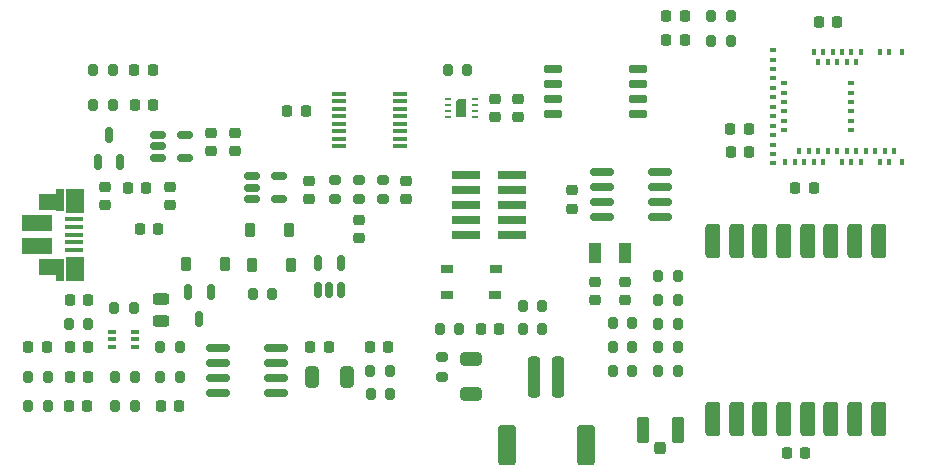
<source format=gbr>
%TF.GenerationSoftware,KiCad,Pcbnew,9.0.0*%
%TF.CreationDate,2025-03-04T10:40:36+01:00*%
%TF.ProjectId,mdbt_lora_board,6d646274-5f6c-46f7-9261-5f626f617264,v0.2*%
%TF.SameCoordinates,Original*%
%TF.FileFunction,Paste,Top*%
%TF.FilePolarity,Positive*%
%FSLAX46Y46*%
G04 Gerber Fmt 4.6, Leading zero omitted, Abs format (unit mm)*
G04 Created by KiCad (PCBNEW 9.0.0) date 2025-03-04 10:40:36*
%MOMM*%
%LPD*%
G01*
G04 APERTURE LIST*
G04 Aperture macros list*
%AMRoundRect*
0 Rectangle with rounded corners*
0 $1 Rounding radius*
0 $2 $3 $4 $5 $6 $7 $8 $9 X,Y pos of 4 corners*
0 Add a 4 corners polygon primitive as box body*
4,1,4,$2,$3,$4,$5,$6,$7,$8,$9,$2,$3,0*
0 Add four circle primitives for the rounded corners*
1,1,$1+$1,$2,$3*
1,1,$1+$1,$4,$5*
1,1,$1+$1,$6,$7*
1,1,$1+$1,$8,$9*
0 Add four rect primitives between the rounded corners*
20,1,$1+$1,$2,$3,$4,$5,0*
20,1,$1+$1,$4,$5,$6,$7,0*
20,1,$1+$1,$6,$7,$8,$9,0*
20,1,$1+$1,$8,$9,$2,$3,0*%
%AMFreePoly0*
4,1,6,0.450000,-0.800000,-0.450000,-0.800000,-0.450000,0.530000,-0.180000,0.800000,0.450000,0.800000,0.450000,-0.800000,0.450000,-0.800000,$1*%
G04 Aperture macros list end*
%ADD10RoundRect,0.150000X-0.512500X-0.150000X0.512500X-0.150000X0.512500X0.150000X-0.512500X0.150000X0*%
%ADD11RoundRect,0.200000X0.200000X0.275000X-0.200000X0.275000X-0.200000X-0.275000X0.200000X-0.275000X0*%
%ADD12RoundRect,0.225000X-0.225000X-0.250000X0.225000X-0.250000X0.225000X0.250000X-0.225000X0.250000X0*%
%ADD13RoundRect,0.200000X-0.200000X-0.275000X0.200000X-0.275000X0.200000X0.275000X-0.200000X0.275000X0*%
%ADD14RoundRect,0.225000X-0.250000X0.225000X-0.250000X-0.225000X0.250000X-0.225000X0.250000X0.225000X0*%
%ADD15RoundRect,0.225000X0.225000X0.250000X-0.225000X0.250000X-0.225000X-0.250000X0.225000X-0.250000X0*%
%ADD16RoundRect,0.243750X-0.456250X0.243750X-0.456250X-0.243750X0.456250X-0.243750X0.456250X0.243750X0*%
%ADD17R,1.050000X0.650000*%
%ADD18RoundRect,0.225000X0.225000X0.375000X-0.225000X0.375000X-0.225000X-0.375000X0.225000X-0.375000X0*%
%ADD19RoundRect,0.150000X0.150000X-0.512500X0.150000X0.512500X-0.150000X0.512500X-0.150000X-0.512500X0*%
%ADD20RoundRect,0.200000X-0.275000X0.200000X-0.275000X-0.200000X0.275000X-0.200000X0.275000X0.200000X0*%
%ADD21RoundRect,0.225000X0.250000X-0.225000X0.250000X0.225000X-0.250000X0.225000X-0.250000X-0.225000X0*%
%ADD22RoundRect,0.250000X-0.250000X-1.500000X0.250000X-1.500000X0.250000X1.500000X-0.250000X1.500000X0*%
%ADD23RoundRect,0.250001X-0.499999X-1.449999X0.499999X-1.449999X0.499999X1.449999X-0.499999X1.449999X0*%
%ADD24RoundRect,0.200000X0.275000X-0.200000X0.275000X0.200000X-0.275000X0.200000X-0.275000X-0.200000X0*%
%ADD25RoundRect,0.250000X0.250000X-0.275000X0.250000X0.275000X-0.250000X0.275000X-0.250000X-0.275000X0*%
%ADD26RoundRect,0.250000X0.275000X-0.850000X0.275000X0.850000X-0.275000X0.850000X-0.275000X-0.850000X0*%
%ADD27RoundRect,0.150000X-0.825000X-0.150000X0.825000X-0.150000X0.825000X0.150000X-0.825000X0.150000X0*%
%ADD28RoundRect,0.225000X-0.225000X-0.375000X0.225000X-0.375000X0.225000X0.375000X-0.225000X0.375000X0*%
%ADD29RoundRect,0.250000X-0.650000X0.325000X-0.650000X-0.325000X0.650000X-0.325000X0.650000X0.325000X0*%
%ADD30RoundRect,0.250000X0.325000X0.650000X-0.325000X0.650000X-0.325000X-0.650000X0.325000X-0.650000X0*%
%ADD31R,1.200000X0.400000*%
%ADD32R,1.000000X1.800000*%
%ADD33RoundRect,0.218750X-0.218750X-0.256250X0.218750X-0.256250X0.218750X0.256250X-0.218750X0.256250X0*%
%ADD34RoundRect,0.150000X-0.150000X0.512500X-0.150000X-0.512500X0.150000X-0.512500X0.150000X0.512500X0*%
%ADD35R,0.406400X0.609600*%
%ADD36R,0.609600X0.406400*%
%ADD37R,1.650000X0.400000*%
%ADD38R,0.700000X1.825000*%
%ADD39R,1.500000X2.000000*%
%ADD40R,2.000000X1.350000*%
%ADD41R,2.500000X1.430000*%
%ADD42RoundRect,0.317500X-0.317500X1.157500X-0.317500X-1.157500X0.317500X-1.157500X0.317500X1.157500X0*%
%ADD43RoundRect,0.150000X0.650000X0.150000X-0.650000X0.150000X-0.650000X-0.150000X0.650000X-0.150000X0*%
%ADD44RoundRect,0.218750X0.218750X0.256250X-0.218750X0.256250X-0.218750X-0.256250X0.218750X-0.256250X0*%
%ADD45FreePoly0,0.000000*%
%ADD46R,0.550000X0.250000*%
%ADD47RoundRect,0.100000X-0.225000X-0.100000X0.225000X-0.100000X0.225000X0.100000X-0.225000X0.100000X0*%
%ADD48R,2.400000X0.740000*%
G04 APERTURE END LIST*
D10*
%TO.C,U1*%
X112500000Y-71550000D03*
X112500000Y-72500000D03*
X112500000Y-73450000D03*
X114775000Y-73450000D03*
X114775000Y-71550000D03*
%TD*%
D11*
%TO.C,R12*%
X145000000Y-88000000D03*
X143350000Y-88000000D03*
%TD*%
D12*
%TO.C,C16*%
X104950000Y-94500000D03*
X106500000Y-94500000D03*
%TD*%
D13*
%TO.C,R19*%
X101500000Y-92000000D03*
X103150000Y-92000000D03*
%TD*%
D11*
%TO.C,R1*%
X110425000Y-86200000D03*
X108775000Y-86200000D03*
%TD*%
D13*
%TO.C,R23*%
X101500000Y-94500000D03*
X103150000Y-94500000D03*
%TD*%
D12*
%TO.C,C15*%
X125380000Y-89500000D03*
X126930000Y-89500000D03*
%TD*%
D14*
%TO.C,C6*%
X119000000Y-71330000D03*
X119000000Y-72880000D03*
%TD*%
%TO.C,C21*%
X149500000Y-83950000D03*
X149500000Y-85500000D03*
%TD*%
%TO.C,C35*%
X147500000Y-76225000D03*
X147500000Y-77775000D03*
%TD*%
D15*
%TO.C,C19*%
X167275000Y-98500000D03*
X165725000Y-98500000D03*
%TD*%
D11*
%TO.C,R11*%
X145000000Y-86000000D03*
X143350000Y-86000000D03*
%TD*%
D13*
%TO.C,R5*%
X154850000Y-83500000D03*
X156500000Y-83500000D03*
%TD*%
D14*
%TO.C,C4*%
X113500000Y-75950000D03*
X113500000Y-77500000D03*
%TD*%
D13*
%TO.C,R14*%
X136350000Y-88000000D03*
X138000000Y-88000000D03*
%TD*%
D16*
%TO.C,F1*%
X112755000Y-85432500D03*
X112755000Y-87307500D03*
%TD*%
D17*
%TO.C,SW1*%
X136925000Y-82925000D03*
X141075000Y-82925000D03*
X136925000Y-85075000D03*
X141050000Y-85075000D03*
%TD*%
D12*
%TO.C,C17*%
X105000000Y-92000000D03*
X106550000Y-92000000D03*
%TD*%
D18*
%TO.C,D4*%
X123725000Y-82550000D03*
X120425000Y-82550000D03*
%TD*%
D13*
%TO.C,R32*%
X154850000Y-91500000D03*
X156500000Y-91500000D03*
%TD*%
D19*
%TO.C,U5*%
X126050000Y-84637500D03*
X127000000Y-84637500D03*
X127950000Y-84637500D03*
X127950000Y-82362500D03*
X126050000Y-82362500D03*
%TD*%
D13*
%TO.C,R22*%
X108850000Y-92000000D03*
X110500000Y-92000000D03*
%TD*%
D20*
%TO.C,R13*%
X136500000Y-90350000D03*
X136500000Y-92000000D03*
%TD*%
D21*
%TO.C,C34*%
X141000000Y-70045000D03*
X141000000Y-68495000D03*
%TD*%
D22*
%TO.C,J4*%
X144350000Y-92000000D03*
X146350000Y-92000000D03*
D23*
X142000000Y-97750000D03*
X148700000Y-97750000D03*
%TD*%
D24*
%TO.C,R40*%
X129500000Y-77000000D03*
X129500000Y-75350000D03*
%TD*%
D21*
%TO.C,C8*%
X125275000Y-76995000D03*
X125275000Y-75445000D03*
%TD*%
D20*
%TO.C,R6*%
X127500000Y-75350000D03*
X127500000Y-77000000D03*
%TD*%
D13*
%TO.C,R35*%
X151000000Y-87480000D03*
X152650000Y-87480000D03*
%TD*%
D25*
%TO.C,J5*%
X155025000Y-98025000D03*
D26*
X153550000Y-96500000D03*
X156500000Y-96500000D03*
%TD*%
D14*
%TO.C,C5*%
X117000000Y-71330000D03*
X117000000Y-72880000D03*
%TD*%
D15*
%TO.C,C32*%
X168000000Y-76000000D03*
X166450000Y-76000000D03*
%TD*%
D11*
%TO.C,R3*%
X108650000Y-69000000D03*
X107000000Y-69000000D03*
%TD*%
D13*
%TO.C,R16*%
X130500000Y-93500000D03*
X132150000Y-93500000D03*
%TD*%
D27*
%TO.C,U4*%
X117550000Y-89595000D03*
X117550000Y-90865000D03*
X117550000Y-92135000D03*
X117550000Y-93405000D03*
X122500000Y-93405000D03*
X122500000Y-92135000D03*
X122500000Y-90865000D03*
X122500000Y-89595000D03*
%TD*%
D13*
%TO.C,R21*%
X120500000Y-85000000D03*
X122150000Y-85000000D03*
%TD*%
D28*
%TO.C,D1*%
X114850000Y-82500000D03*
X118150000Y-82500000D03*
%TD*%
D13*
%TO.C,R4*%
X154850000Y-85500000D03*
X156500000Y-85500000D03*
%TD*%
D29*
%TO.C,C9*%
X139000000Y-90525000D03*
X139000000Y-93475000D03*
%TD*%
D15*
%TO.C,C27*%
X162500000Y-71000000D03*
X160950000Y-71000000D03*
%TD*%
%TO.C,C10*%
X141400000Y-88000000D03*
X139850000Y-88000000D03*
%TD*%
D30*
%TO.C,C12*%
X128450000Y-92000000D03*
X125500000Y-92000000D03*
%TD*%
D13*
%TO.C,R29*%
X159350000Y-63540000D03*
X161000000Y-63540000D03*
%TD*%
D31*
%TO.C,U14*%
X127800000Y-68055000D03*
X127800000Y-68690000D03*
X127800000Y-69325000D03*
X127800000Y-69960000D03*
X127800000Y-70595000D03*
X127800000Y-71230000D03*
X127800000Y-71865000D03*
X127800000Y-72500000D03*
X133000000Y-72500000D03*
X133000000Y-71865000D03*
X133000000Y-71230000D03*
X133000000Y-70595000D03*
X133000000Y-69960000D03*
X133000000Y-69325000D03*
X133000000Y-68690000D03*
X133000000Y-68055000D03*
%TD*%
D13*
%TO.C,R18*%
X112675000Y-92000000D03*
X114325000Y-92000000D03*
%TD*%
D14*
%TO.C,C3*%
X108000000Y-75950000D03*
X108000000Y-77500000D03*
%TD*%
D13*
%TO.C,R31*%
X154850000Y-89500000D03*
X156500000Y-89500000D03*
%TD*%
%TO.C,R15*%
X108850000Y-94500000D03*
X110500000Y-94500000D03*
%TD*%
%TO.C,R33*%
X137000000Y-66000000D03*
X138650000Y-66000000D03*
%TD*%
%TO.C,R34*%
X154850000Y-87500000D03*
X156500000Y-87500000D03*
%TD*%
D32*
%TO.C,Y1*%
X152000000Y-81500000D03*
X149500000Y-81500000D03*
%TD*%
D13*
%TO.C,R17*%
X130450000Y-91500000D03*
X132100000Y-91500000D03*
%TD*%
D15*
%TO.C,C7*%
X170000000Y-62000000D03*
X168450000Y-62000000D03*
%TD*%
D21*
%TO.C,C33*%
X143000000Y-70045000D03*
X143000000Y-68495000D03*
%TD*%
D33*
%TO.C,D12*%
X155500000Y-63500000D03*
X157075000Y-63500000D03*
%TD*%
D15*
%TO.C,C1*%
X106550000Y-85500000D03*
X105000000Y-85500000D03*
%TD*%
D34*
%TO.C,Q1*%
X116950000Y-84862500D03*
X115050000Y-84862500D03*
X116000000Y-87137500D03*
%TD*%
D21*
%TO.C,C25*%
X133500000Y-77000000D03*
X133500000Y-75450000D03*
%TD*%
D15*
%TO.C,C23*%
X125000000Y-69500000D03*
X123450000Y-69500000D03*
%TD*%
D33*
%TO.C,D11*%
X155500000Y-61500000D03*
X157075000Y-61500000D03*
%TD*%
D35*
%TO.C,U6*%
X175499999Y-64500002D03*
X174400000Y-64500002D03*
X173599999Y-64500002D03*
X172000001Y-64500002D03*
X171600001Y-65400002D03*
X171200000Y-64500002D03*
X170800000Y-65400002D03*
X170399999Y-64500002D03*
X169999999Y-65400002D03*
X169600001Y-64500002D03*
X169200001Y-65400002D03*
X168800000Y-64500002D03*
X168400000Y-65400002D03*
X168000001Y-64500002D03*
D36*
X164599999Y-64349999D03*
X164599999Y-65150000D03*
X164599999Y-65950001D03*
X164599999Y-66750000D03*
X165499999Y-67150000D03*
X164599999Y-67550001D03*
X165499999Y-67950001D03*
X164599999Y-68349999D03*
X165499999Y-68749999D03*
X164599999Y-69150000D03*
X165499999Y-69550000D03*
X164599999Y-69950001D03*
X165499999Y-70350001D03*
X164599999Y-70749999D03*
X165499999Y-71149999D03*
X164599999Y-71550000D03*
X164599999Y-72349999D03*
X164599999Y-73150000D03*
X164599999Y-73949998D03*
D35*
X165600001Y-73799998D03*
X166400001Y-73799998D03*
X166800001Y-72899998D03*
X167200001Y-73799998D03*
X167600001Y-72899998D03*
X168000000Y-73799998D03*
X168400000Y-72899998D03*
X168800001Y-73799998D03*
X169200001Y-72899998D03*
X169999999Y-72899998D03*
X170399999Y-73799998D03*
X170800000Y-72899998D03*
X171200000Y-73799998D03*
X171600001Y-72899998D03*
X172000001Y-73799998D03*
X172400001Y-72899998D03*
X173199999Y-72899998D03*
X173599999Y-73799998D03*
X174000000Y-72899998D03*
X174400000Y-73799998D03*
X174800000Y-72899998D03*
X175499999Y-73799998D03*
D36*
X171199999Y-67150000D03*
X171199999Y-67950001D03*
X171199999Y-68749999D03*
X171199999Y-69550000D03*
X171199999Y-70350001D03*
X171199999Y-71149999D03*
%TD*%
D13*
%TO.C,R7*%
X107000000Y-66000000D03*
X108650000Y-66000000D03*
%TD*%
D19*
%TO.C,U2*%
X107412500Y-73812500D03*
X109312500Y-73812500D03*
X108362500Y-71537500D03*
%TD*%
D33*
%TO.C,L1*%
X109925000Y-76000000D03*
X111500000Y-76000000D03*
%TD*%
D12*
%TO.C,C14*%
X112725000Y-94500000D03*
X114275000Y-94500000D03*
%TD*%
D37*
%TO.C,J1*%
X105380000Y-78675000D03*
X105380000Y-79325000D03*
X105380000Y-79975000D03*
X105380000Y-80625000D03*
X105380000Y-81275000D03*
D38*
X104180000Y-77025000D03*
D39*
X105480000Y-77125000D03*
D40*
X103430000Y-77245000D03*
D41*
X102230000Y-79015000D03*
X102230000Y-80935000D03*
D40*
X103430000Y-82725000D03*
D39*
X105500000Y-82875000D03*
D38*
X104180000Y-82975000D03*
%TD*%
D15*
%TO.C,C2*%
X112500000Y-79500000D03*
X110950000Y-79500000D03*
%TD*%
D27*
%TO.C,U9*%
X150050000Y-74690000D03*
X150050000Y-75960000D03*
X150050000Y-77230000D03*
X150050000Y-78500000D03*
X155000000Y-78500000D03*
X155000000Y-77230000D03*
X155000000Y-75960000D03*
X155000000Y-74690000D03*
%TD*%
D12*
%TO.C,C11*%
X101500000Y-89500000D03*
X103050000Y-89500000D03*
%TD*%
D42*
%TO.C,U7*%
X173500000Y-80500000D03*
X171500000Y-80500000D03*
X169500000Y-80500000D03*
X167500000Y-80500000D03*
X165500000Y-80500000D03*
X163500000Y-80500000D03*
X161500000Y-80500000D03*
X159500000Y-80500000D03*
X159500000Y-95550000D03*
X161500000Y-95550000D03*
X163500000Y-95550000D03*
X165500000Y-95550000D03*
X167500000Y-95550000D03*
X169500000Y-95550000D03*
X171500000Y-95550000D03*
X173500000Y-95550000D03*
%TD*%
D20*
%TO.C,R41*%
X131500000Y-75350000D03*
X131500000Y-77000000D03*
%TD*%
D13*
%TO.C,R2*%
X104950000Y-87500000D03*
X106600000Y-87500000D03*
%TD*%
%TO.C,R20*%
X112675000Y-89500000D03*
X114325000Y-89500000D03*
%TD*%
D18*
%TO.C,D5*%
X123575000Y-79550000D03*
X120275000Y-79550000D03*
%TD*%
D43*
%TO.C,U10*%
X153100000Y-69795000D03*
X153100000Y-68525000D03*
X153100000Y-67255000D03*
X153100000Y-65985000D03*
X145900000Y-65985000D03*
X145900000Y-67255000D03*
X145900000Y-68525000D03*
X145900000Y-69795000D03*
%TD*%
D12*
%TO.C,C24*%
X130450000Y-89500000D03*
X132000000Y-89500000D03*
%TD*%
D44*
%TO.C,D3*%
X112075000Y-69000000D03*
X110500000Y-69000000D03*
%TD*%
D10*
%TO.C,U3*%
X120487500Y-75050000D03*
X120487500Y-76000000D03*
X120487500Y-76950000D03*
X122762500Y-76950000D03*
X122762500Y-75050000D03*
%TD*%
D15*
%TO.C,C22*%
X162550000Y-73000000D03*
X161000000Y-73000000D03*
%TD*%
D12*
%TO.C,C13*%
X105000000Y-89500000D03*
X106550000Y-89500000D03*
%TD*%
D13*
%TO.C,R36*%
X151000000Y-89500000D03*
X152650000Y-89500000D03*
%TD*%
D45*
%TO.C,U11*%
X138175000Y-69250000D03*
D46*
X137000000Y-68500000D03*
X137000000Y-69000000D03*
X137000000Y-69500000D03*
X137000000Y-70000000D03*
X139350000Y-70000000D03*
X139350000Y-69500000D03*
X139350000Y-69000000D03*
X139350000Y-68500000D03*
%TD*%
D11*
%TO.C,R28*%
X161000000Y-61500000D03*
X159350000Y-61500000D03*
%TD*%
D44*
%TO.C,D6*%
X112035000Y-66000000D03*
X110460000Y-66000000D03*
%TD*%
D13*
%TO.C,R37*%
X151000000Y-91500000D03*
X152650000Y-91500000D03*
%TD*%
D21*
%TO.C,C26*%
X129500000Y-80275000D03*
X129500000Y-78725000D03*
%TD*%
D14*
%TO.C,C20*%
X152000000Y-83950000D03*
X152000000Y-85500000D03*
%TD*%
D47*
%TO.C,D2*%
X108600000Y-88200000D03*
X108600000Y-88850000D03*
X108600000Y-89500000D03*
X110500000Y-89500000D03*
X110500000Y-88850000D03*
X110500000Y-88200000D03*
%TD*%
D48*
%TO.C,J6*%
X138600000Y-74960000D03*
X142500000Y-74960000D03*
X138600000Y-76230000D03*
X142500000Y-76230000D03*
X138600000Y-77500000D03*
X142500000Y-77500000D03*
X138600000Y-78770000D03*
X142500000Y-78770000D03*
X138600000Y-80040000D03*
X142500000Y-80040000D03*
%TD*%
M02*

</source>
